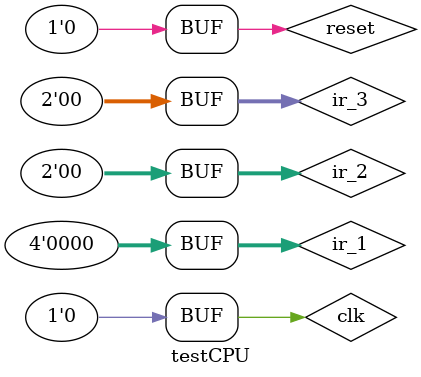
<source format=v>
`timescale 1ns / 1ps


module testCPU;

	// Inputs
	reg [3:0] ir_1;
	reg [1:0] ir_2;
	reg [1:0] ir_3;
	reg clk;
	reg reset;

	// Outputs
	wire memReadWrite;

	// Instantiate the Unit Under Test (UUT)
	CPU uut (
		.ir_1(ir_1), 
		.ir_2(ir_2), 
		.ir_3(ir_3), 
		.clk(clk), 
		.reset(reset), 
		.memReadWrite(memReadWrite)
	);

	initial begin
		// Initialize Inputs
		ir_1 = 0;
		ir_2 = 0;
		ir_3 = 0;
		clk = 0;
		reset = 0;

		// Wait 100 ns for global reset to finish
		#100;
        
		// Add stimulus here
		
		
  end

      
endmodule


</source>
